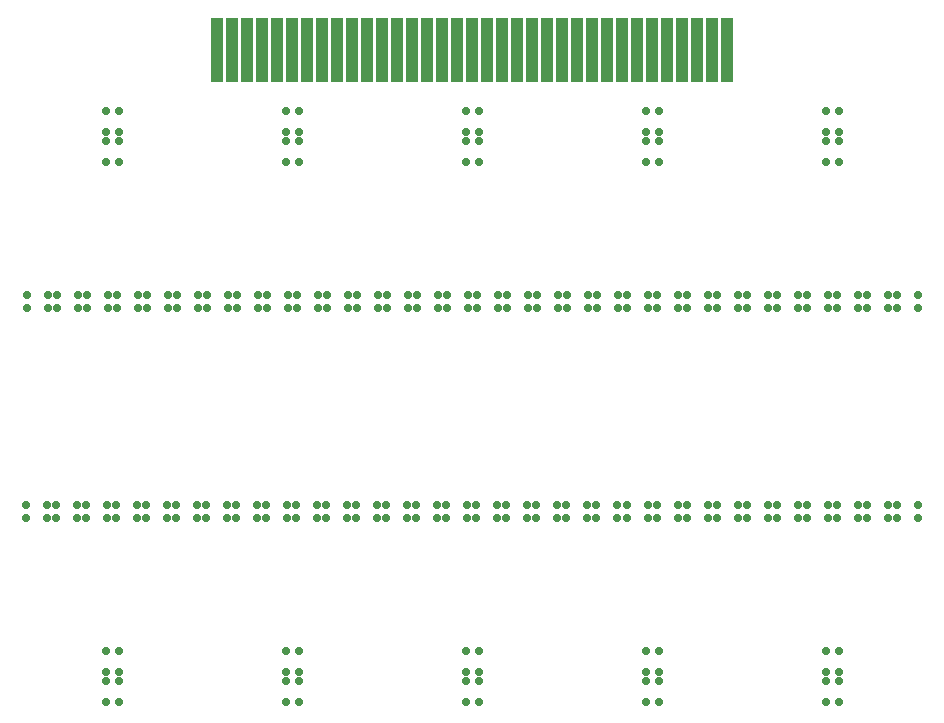
<source format=gtp>
G04 #@! TF.GenerationSoftware,KiCad,Pcbnew,7.0.7*
G04 #@! TF.CreationDate,2024-02-09T16:10:55-08:00*
G04 #@! TF.ProjectId,JumperLuxRev2Breadboard,4a756d70-6572-44c7-9578-526576324272,rev?*
G04 #@! TF.SameCoordinates,Original*
G04 #@! TF.FileFunction,Paste,Top*
G04 #@! TF.FilePolarity,Positive*
%FSLAX46Y46*%
G04 Gerber Fmt 4.6, Leading zero omitted, Abs format (unit mm)*
G04 Created by KiCad (PCBNEW 7.0.7) date 2024-02-09 16:10:55*
%MOMM*%
%LPD*%
G01*
G04 APERTURE LIST*
G04 Aperture macros list*
%AMRoundRect*
0 Rectangle with rounded corners*
0 $1 Rounding radius*
0 $2 $3 $4 $5 $6 $7 $8 $9 X,Y pos of 4 corners*
0 Add a 4 corners polygon primitive as box body*
4,1,4,$2,$3,$4,$5,$6,$7,$8,$9,$2,$3,0*
0 Add four circle primitives for the rounded corners*
1,1,$1+$1,$2,$3*
1,1,$1+$1,$4,$5*
1,1,$1+$1,$6,$7*
1,1,$1+$1,$8,$9*
0 Add four rect primitives between the rounded corners*
20,1,$1+$1,$2,$3,$4,$5,0*
20,1,$1+$1,$4,$5,$6,$7,0*
20,1,$1+$1,$6,$7,$8,$9,0*
20,1,$1+$1,$8,$9,$2,$3,0*%
G04 Aperture macros list end*
%ADD10RoundRect,0.150000X0.150000X0.200000X-0.150000X0.200000X-0.150000X-0.200000X0.150000X-0.200000X0*%
%ADD11RoundRect,0.150000X-0.200000X0.150000X-0.200000X-0.150000X0.200000X-0.150000X0.200000X0.150000X0*%
%ADD12RoundRect,0.100000X-0.400000X-2.650000X0.400000X-2.650000X0.400000X2.650000X-0.400000X2.650000X0*%
G04 APERTURE END LIST*
D10*
G04 #@! TO.C,D45*
X103082000Y-169460600D03*
X103082000Y-168360600D03*
X101304000Y-168360600D03*
X101304000Y-169460600D03*
G04 #@! TD*
D11*
G04 #@! TO.C,D71*
X134535000Y-183261000D03*
X133435000Y-183261000D03*
X133435000Y-185039000D03*
X134535000Y-185039000D03*
G04 #@! TD*
G04 #@! TO.C,D89*
X134535000Y-135001000D03*
X133435000Y-135001000D03*
X133435000Y-136779000D03*
X134535000Y-136779000D03*
G04 #@! TD*
D10*
G04 #@! TO.C,D32*
X70045400Y-169458800D03*
X70045400Y-168358800D03*
X68267400Y-168358800D03*
X68267400Y-169458800D03*
G04 #@! TD*
D11*
G04 #@! TO.C,D77*
X88815000Y-180721000D03*
X87715000Y-180721000D03*
X87715000Y-182499000D03*
X88815000Y-182499000D03*
G04 #@! TD*
D10*
G04 #@! TO.C,D40*
X90365400Y-169458800D03*
X90365400Y-168358800D03*
X88587400Y-168358800D03*
X88587400Y-169458800D03*
G04 #@! TD*
D11*
G04 #@! TO.C,D83*
X88815000Y-137541000D03*
X87715000Y-137541000D03*
X87715000Y-139319000D03*
X88815000Y-139319000D03*
G04 #@! TD*
D10*
G04 #@! TO.C,D44*
X100542000Y-169460600D03*
X100542000Y-168360600D03*
X98764000Y-168360600D03*
X98764000Y-169460600D03*
G04 #@! TD*
D11*
G04 #@! TO.C,D84*
X88815000Y-135001000D03*
X87715000Y-135001000D03*
X87715000Y-136779000D03*
X88815000Y-136779000D03*
G04 #@! TD*
D10*
G04 #@! TO.C,D56*
X131046400Y-169459400D03*
X131046400Y-168359400D03*
X129268400Y-168359400D03*
X129268400Y-169459400D03*
G04 #@! TD*
G04 #@! TO.C,D13*
X98051800Y-151680600D03*
X98051800Y-150580600D03*
X96273800Y-150580600D03*
X96273800Y-151680600D03*
G04 #@! TD*
G04 #@! TO.C,D27*
X133619600Y-151679400D03*
X133619600Y-150579400D03*
X131841600Y-150579400D03*
X131841600Y-151679400D03*
G04 #@! TD*
G04 #@! TO.C,D4*
X75175200Y-151680000D03*
X75175200Y-150580000D03*
X73397200Y-150580000D03*
X73397200Y-151680000D03*
G04 #@! TD*
G04 #@! TO.C,D2*
X70095200Y-151680000D03*
X70095200Y-150580000D03*
X68317200Y-150580000D03*
X68317200Y-151680000D03*
G04 #@! TD*
G04 #@! TO.C,D16*
X105671800Y-151680600D03*
X105671800Y-150580600D03*
X103893800Y-150580600D03*
X103893800Y-151680600D03*
G04 #@! TD*
G04 #@! TO.C,D55*
X128506400Y-169459400D03*
X128506400Y-168359400D03*
X126728400Y-168359400D03*
X126728400Y-169459400D03*
G04 #@! TD*
D11*
G04 #@! TO.C,D82*
X73575000Y-137541000D03*
X72475000Y-137541000D03*
X72475000Y-139319000D03*
X73575000Y-139319000D03*
G04 #@! TD*
G04 #@! TO.C,D78*
X88815000Y-183261000D03*
X87715000Y-183261000D03*
X87715000Y-185039000D03*
X88815000Y-185039000D03*
G04 #@! TD*
G04 #@! TO.C,D86*
X104055000Y-137541000D03*
X102955000Y-137541000D03*
X102955000Y-139319000D03*
X104055000Y-139319000D03*
G04 #@! TD*
G04 #@! TO.C,D76*
X104055000Y-180721000D03*
X102955000Y-180721000D03*
X102955000Y-182499000D03*
X104055000Y-182499000D03*
G04 #@! TD*
D10*
G04 #@! TO.C,D54*
X125966400Y-169459400D03*
X125966400Y-168359400D03*
X124188400Y-168359400D03*
X124188400Y-169459400D03*
G04 #@! TD*
G04 #@! TO.C,D31*
X67497600Y-169458800D03*
X67497600Y-168358800D03*
X65719600Y-168358800D03*
X65719600Y-169458800D03*
G04 #@! TD*
G04 #@! TO.C,D23*
X123459600Y-151679400D03*
X123459600Y-150579400D03*
X121681600Y-150579400D03*
X121681600Y-151679400D03*
G04 #@! TD*
G04 #@! TO.C,D38*
X85285400Y-169458800D03*
X85285400Y-168358800D03*
X83507400Y-168358800D03*
X83507400Y-169458800D03*
G04 #@! TD*
G04 #@! TO.C,D43*
X98002000Y-169460600D03*
X98002000Y-168360600D03*
X96224000Y-168360600D03*
X96224000Y-169460600D03*
G04 #@! TD*
D11*
G04 #@! TO.C,D90*
X134535000Y-137541000D03*
X133435000Y-137541000D03*
X133435000Y-139319000D03*
X134535000Y-139319000D03*
G04 #@! TD*
D10*
G04 #@! TO.C,D29*
X138699600Y-151679400D03*
X138699600Y-150579400D03*
X136921600Y-150579400D03*
X136921600Y-151679400D03*
G04 #@! TD*
D11*
G04 #@! TO.C,D80*
X73574400Y-180721000D03*
X72474400Y-180721000D03*
X72474400Y-182499000D03*
X73574400Y-182499000D03*
G04 #@! TD*
D10*
G04 #@! TO.C,D34*
X75125400Y-169458800D03*
X75125400Y-168358800D03*
X73347400Y-168358800D03*
X73347400Y-169458800D03*
G04 #@! TD*
G04 #@! TO.C,D37*
X82745400Y-169458800D03*
X82745400Y-168358800D03*
X80967400Y-168358800D03*
X80967400Y-169458800D03*
G04 #@! TD*
D12*
G04 #@! TO.C,J1*
X85725000Y-129794000D03*
X86995000Y-129794000D03*
X88265000Y-129794000D03*
X89535000Y-129794000D03*
X90805000Y-129794000D03*
X92075000Y-129794000D03*
X93345000Y-129794000D03*
X94615000Y-129794000D03*
X95885000Y-129794000D03*
X97155000Y-129794000D03*
X98425000Y-129794000D03*
X99695000Y-129794000D03*
X100965000Y-129794000D03*
X102235000Y-129794000D03*
X103505000Y-129794000D03*
X104775000Y-129794000D03*
X106045000Y-129794000D03*
X107315000Y-129794000D03*
X108585000Y-129794000D03*
X109855000Y-129794000D03*
X111125000Y-129794000D03*
X112395000Y-129794000D03*
X113665000Y-129794000D03*
X114935000Y-129794000D03*
X116205000Y-129794000D03*
X117475000Y-129794000D03*
X118745000Y-129794000D03*
X120015000Y-129794000D03*
X121285000Y-129794000D03*
X122555000Y-129794000D03*
X123825000Y-129794000D03*
X125095000Y-129794000D03*
X81915000Y-129794000D03*
X83185000Y-129794000D03*
X84455000Y-129794000D03*
G04 #@! TD*
D11*
G04 #@! TO.C,D87*
X119295000Y-137541000D03*
X118195000Y-137541000D03*
X118195000Y-139319000D03*
X119295000Y-139319000D03*
G04 #@! TD*
D10*
G04 #@! TO.C,D14*
X100591800Y-151680600D03*
X100591800Y-150580600D03*
X98813800Y-150580600D03*
X98813800Y-151680600D03*
G04 #@! TD*
D11*
G04 #@! TO.C,D85*
X104055000Y-135001000D03*
X102955000Y-135001000D03*
X102955000Y-136779000D03*
X104055000Y-136779000D03*
G04 #@! TD*
D10*
G04 #@! TO.C,D11*
X92964000Y-151680600D03*
X92964000Y-150580600D03*
X91186000Y-150580600D03*
X91186000Y-151680600D03*
G04 #@! TD*
G04 #@! TO.C,D20*
X115831800Y-151680600D03*
X115831800Y-150580600D03*
X114053800Y-150580600D03*
X114053800Y-151680600D03*
G04 #@! TD*
G04 #@! TO.C,D26*
X131079600Y-151679400D03*
X131079600Y-150579400D03*
X129301600Y-150579400D03*
X129301600Y-151679400D03*
G04 #@! TD*
G04 #@! TO.C,D15*
X103131800Y-151680600D03*
X103131800Y-150580600D03*
X101353800Y-150580600D03*
X101353800Y-151680600D03*
G04 #@! TD*
D11*
G04 #@! TO.C,D88*
X119295000Y-135001000D03*
X118195000Y-135001000D03*
X118195000Y-136779000D03*
X119295000Y-136779000D03*
G04 #@! TD*
D10*
G04 #@! TO.C,D60*
X141206400Y-169459400D03*
X141206400Y-168359400D03*
X139428400Y-168359400D03*
X139428400Y-169459400D03*
G04 #@! TD*
G04 #@! TO.C,D17*
X108211800Y-151680600D03*
X108211800Y-150580600D03*
X106433800Y-150580600D03*
X106433800Y-151680600D03*
G04 #@! TD*
G04 #@! TO.C,D48*
X110702000Y-169460600D03*
X110702000Y-168360600D03*
X108924000Y-168360600D03*
X108924000Y-169460600D03*
G04 #@! TD*
G04 #@! TO.C,D19*
X113291800Y-151680600D03*
X113291800Y-150580600D03*
X111513800Y-150580600D03*
X111513800Y-151680600D03*
G04 #@! TD*
D11*
G04 #@! TO.C,D79*
X73575000Y-183261000D03*
X72475000Y-183261000D03*
X72475000Y-185039000D03*
X73575000Y-185039000D03*
G04 #@! TD*
D10*
G04 #@! TO.C,D39*
X87825400Y-169458800D03*
X87825400Y-168358800D03*
X86047400Y-168358800D03*
X86047400Y-169458800D03*
G04 #@! TD*
G04 #@! TO.C,D53*
X123426400Y-169459400D03*
X123426400Y-168359400D03*
X121648400Y-168359400D03*
X121648400Y-169459400D03*
G04 #@! TD*
G04 #@! TO.C,D46*
X105622000Y-169460600D03*
X105622000Y-168360600D03*
X103844000Y-168360600D03*
X103844000Y-169460600D03*
G04 #@! TD*
G04 #@! TO.C,D36*
X80205400Y-169458800D03*
X80205400Y-168358800D03*
X78427400Y-168358800D03*
X78427400Y-169458800D03*
G04 #@! TD*
G04 #@! TO.C,D28*
X136159600Y-151679400D03*
X136159600Y-150579400D03*
X134381600Y-150579400D03*
X134381600Y-151679400D03*
G04 #@! TD*
G04 #@! TO.C,D33*
X72585400Y-169458800D03*
X72585400Y-168358800D03*
X70807400Y-168358800D03*
X70807400Y-169458800D03*
G04 #@! TD*
G04 #@! TO.C,D50*
X115789800Y-169460600D03*
X115789800Y-168360600D03*
X114011800Y-168360600D03*
X114011800Y-169460600D03*
G04 #@! TD*
G04 #@! TO.C,D25*
X128539600Y-151679400D03*
X128539600Y-150579400D03*
X126761600Y-150579400D03*
X126761600Y-151679400D03*
G04 #@! TD*
G04 #@! TO.C,D52*
X120886400Y-169459400D03*
X120886400Y-168359400D03*
X119108400Y-168359400D03*
X119108400Y-169459400D03*
G04 #@! TD*
G04 #@! TO.C,D7*
X82795200Y-151680000D03*
X82795200Y-150580000D03*
X81017200Y-150580000D03*
X81017200Y-151680000D03*
G04 #@! TD*
G04 #@! TO.C,D58*
X136126400Y-169459400D03*
X136126400Y-168359400D03*
X134348400Y-168359400D03*
X134348400Y-169459400D03*
G04 #@! TD*
G04 #@! TO.C,D18*
X110751800Y-151680600D03*
X110751800Y-150580600D03*
X108973800Y-150580600D03*
X108973800Y-151680600D03*
G04 #@! TD*
D11*
G04 #@! TO.C,D73*
X119295000Y-180721000D03*
X118195000Y-180721000D03*
X118195000Y-182499000D03*
X119295000Y-182499000D03*
G04 #@! TD*
D10*
G04 #@! TO.C,D30*
X141239600Y-151679400D03*
X141239600Y-150579400D03*
X139461600Y-150579400D03*
X139461600Y-151679400D03*
G04 #@! TD*
G04 #@! TO.C,D3*
X72635200Y-151680000D03*
X72635200Y-150580000D03*
X70857200Y-150580000D03*
X70857200Y-151680000D03*
G04 #@! TD*
G04 #@! TO.C,D9*
X87875200Y-151680000D03*
X87875200Y-150580000D03*
X86097200Y-150580000D03*
X86097200Y-151680000D03*
G04 #@! TD*
G04 #@! TO.C,D12*
X95511800Y-151680600D03*
X95511800Y-150580600D03*
X93733800Y-150580600D03*
X93733800Y-151680600D03*
G04 #@! TD*
D11*
G04 #@! TO.C,D81*
X73575000Y-135001000D03*
X72475000Y-135001000D03*
X72475000Y-136779000D03*
X73575000Y-136779000D03*
G04 #@! TD*
D10*
G04 #@! TO.C,D21*
X118371800Y-151679400D03*
X118371800Y-150579400D03*
X116593800Y-150579400D03*
X116593800Y-151679400D03*
G04 #@! TD*
G04 #@! TO.C,D51*
X118338600Y-169459400D03*
X118338600Y-168359400D03*
X116560600Y-168359400D03*
X116560600Y-169459400D03*
G04 #@! TD*
G04 #@! TO.C,D1*
X67555200Y-151680000D03*
X67555200Y-150580000D03*
X65777200Y-150580000D03*
X65777200Y-151680000D03*
G04 #@! TD*
G04 #@! TO.C,D59*
X138666400Y-169459400D03*
X138666400Y-168359400D03*
X136888400Y-168359400D03*
X136888400Y-169459400D03*
G04 #@! TD*
G04 #@! TO.C,D8*
X85335200Y-151680000D03*
X85335200Y-150580000D03*
X83557200Y-150580000D03*
X83557200Y-151680000D03*
G04 #@! TD*
G04 #@! TO.C,D35*
X77665400Y-169458800D03*
X77665400Y-168358800D03*
X75887400Y-168358800D03*
X75887400Y-169458800D03*
G04 #@! TD*
G04 #@! TO.C,D10*
X90415200Y-151680000D03*
X90415200Y-150580000D03*
X88637200Y-150580000D03*
X88637200Y-151680000D03*
G04 #@! TD*
G04 #@! TO.C,D47*
X108162000Y-169460600D03*
X108162000Y-168360600D03*
X106384000Y-168360600D03*
X106384000Y-169460600D03*
G04 #@! TD*
D11*
G04 #@! TO.C,D72*
X134535000Y-180721000D03*
X133435000Y-180721000D03*
X133435000Y-182499000D03*
X134535000Y-182499000D03*
G04 #@! TD*
D10*
G04 #@! TO.C,D24*
X125999600Y-151679400D03*
X125999600Y-150579400D03*
X124221600Y-150579400D03*
X124221600Y-151679400D03*
G04 #@! TD*
D11*
G04 #@! TO.C,D74*
X119295000Y-183261000D03*
X118195000Y-183261000D03*
X118195000Y-185039000D03*
X119295000Y-185039000D03*
G04 #@! TD*
D10*
G04 #@! TO.C,D57*
X133586400Y-169459400D03*
X133586400Y-168359400D03*
X131808400Y-168359400D03*
X131808400Y-169459400D03*
G04 #@! TD*
G04 #@! TO.C,D41*
X92913200Y-169459400D03*
X92913200Y-168359400D03*
X91135200Y-168359400D03*
X91135200Y-169459400D03*
G04 #@! TD*
G04 #@! TO.C,D22*
X120919600Y-151679400D03*
X120919600Y-150579400D03*
X119141600Y-150579400D03*
X119141600Y-151679400D03*
G04 #@! TD*
D11*
G04 #@! TO.C,D75*
X104055000Y-183261000D03*
X102955000Y-183261000D03*
X102955000Y-185039000D03*
X104055000Y-185039000D03*
G04 #@! TD*
D10*
G04 #@! TO.C,D6*
X80255200Y-151680000D03*
X80255200Y-150580000D03*
X78477200Y-150580000D03*
X78477200Y-151680000D03*
G04 #@! TD*
G04 #@! TO.C,D49*
X113242000Y-169460600D03*
X113242000Y-168360600D03*
X111464000Y-168360600D03*
X111464000Y-169460600D03*
G04 #@! TD*
G04 #@! TO.C,D42*
X95462000Y-169460600D03*
X95462000Y-168360600D03*
X93684000Y-168360600D03*
X93684000Y-169460600D03*
G04 #@! TD*
G04 #@! TO.C,D5*
X77715200Y-151680000D03*
X77715200Y-150580000D03*
X75937200Y-150580000D03*
X75937200Y-151680000D03*
G04 #@! TD*
M02*

</source>
